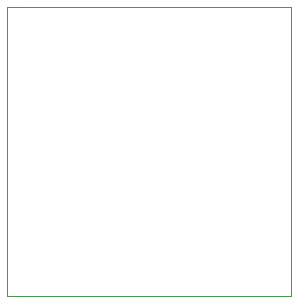
<source format=gbr>
%TF.GenerationSoftware,KiCad,Pcbnew,8.0.4*%
%TF.CreationDate,2024-09-24T22:01:12+02:00*%
%TF.ProjectId,blinker_v1_0,626c696e-6b65-4725-9f76-315f302e6b69,rev?*%
%TF.SameCoordinates,Original*%
%TF.FileFunction,Profile,NP*%
%FSLAX46Y46*%
G04 Gerber Fmt 4.6, Leading zero omitted, Abs format (unit mm)*
G04 Created by KiCad (PCBNEW 8.0.4) date 2024-09-24 22:01:12*
%MOMM*%
%LPD*%
G01*
G04 APERTURE LIST*
%TA.AperFunction,Profile*%
%ADD10C,0.050000*%
%TD*%
G04 APERTURE END LIST*
D10*
X95500000Y-50000000D02*
X119500000Y-50000000D01*
X119500000Y-74500000D01*
X95500000Y-74500000D01*
X95500000Y-50000000D01*
M02*

</source>
